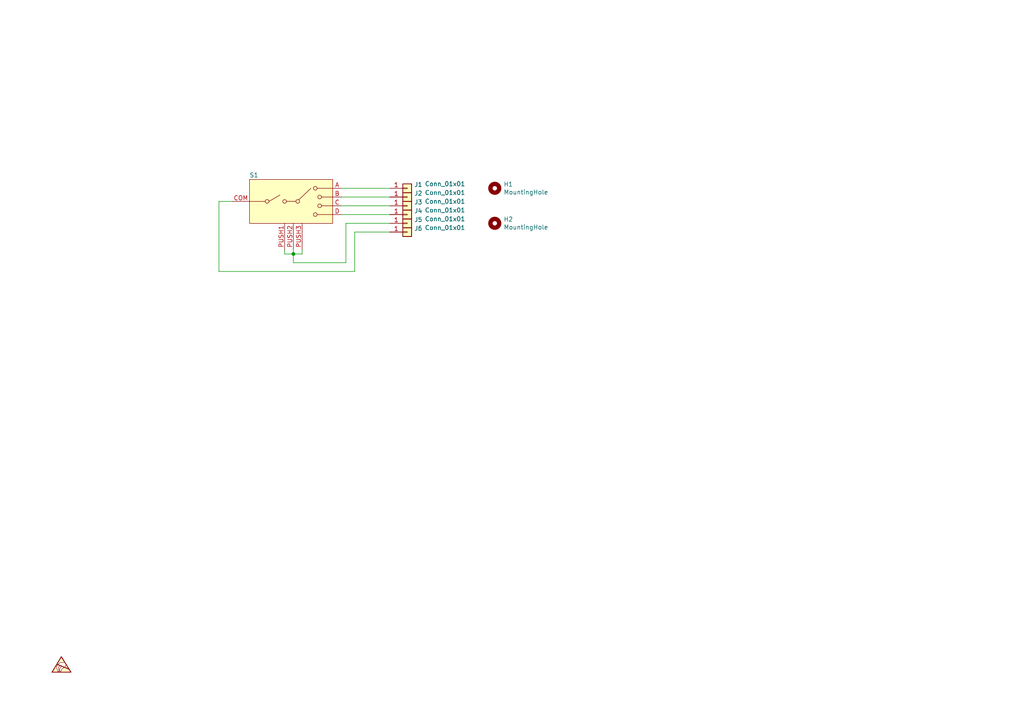
<source format=kicad_sch>
(kicad_sch (version 20211123) (generator eeschema)
  (paper "A4")
  (lib_symbols
    (symbol "Connector_Generic:Conn_01x01" (pin_names (offset 1.016) hide)
      (property "Reference" "J" (at 0 2.54 0))
      (property "Value" "Conn_01x01" (at 0 -2.54 0))
      (symbol "Conn_01x01_1_1"
        (rectangle (start -1.27 0.127) (end 0 -0.127) (stroke (width 0.1524)))
        (rectangle (start -1.27 1.27) (end 1.27 -1.27) (stroke (width 0.254)) (fill (type background)))
        (pin passive line (at -5.08 0 0) (length 3.81) (name "Pin_1") (number "1"))
      )
    )
    (symbol "Graphic:SYM_ESD_Small" (pin_names (offset 1.016))
      (symbol "SYM_ESD_Small_0_0"
        (polyline (pts (xy -1.27 0.381) (xy 2.159 -1.016)) (stroke (width 0.254)))
        (polyline (pts (xy -2.667 -1.905) (xy 2.794 -1.905) (xy 0 2.54) (xy -2.667 -1.905)) (stroke (width 0.254)))
        (polyline (pts (xy 2.7432 -1.905) (xy 2.7178 -1.8796) (xy 2.6162 -1.6764) (xy 2.5654 -1.6002) (xy 2.4892 -1.4986) (xy 2.4384 -1.3716) (xy 1.7526 -0.2286) (xy 1.7018 -0.127) (xy 1.6256 -0.0508) (xy 1.6002 0.0508) (xy 1.5494 0.1016) (xy 1.4986 0.2032) (xy 1.4732 0.2286) (xy 1.4732 0.2032) (xy 1.4478 0.2032) (xy 1.3208 0.0762) (xy 1.2954 0.0254) (xy 1.2954 -0.0254) (xy 1.27 -0.0762) (xy 1.2446 -0.1524) (xy 1.143 -0.254) (xy 1.0922 -0.3302) (xy 1.0414 -0.3556) (xy 0.9144 -0.4826) (xy 0.762 -0.5842) (xy 0.6604 -0.6604) (xy 0.508 -0.762) (xy 0.4572 -0.8128) (xy 0.3556 -0.8636) (xy 0.3048 -0.9144) (xy 0.2286 -0.9652) (xy 0.0762 -1.1938) (xy 0.0254 -1.2954) (xy -0.0254 -1.4224) (xy -0.0508 -1.4986) (xy -0.1016 -1.5748) (xy -0.127 -1.651) (xy -0.1778 -1.6764) (xy -0.2032 -1.7272) (xy -0.254 -1.7526) (xy -0.4064 -1.7526) (xy -0.4064 -1.7272) (xy -0.4572 -1.7018) (xy -0.4826 -1.6256) (xy -0.508 -1.524) (xy -0.508 -1.0922) (xy -0.4572 -0.889) (xy -0.4064 -0.8128) (xy -0.254 -0.6604) (xy -0.2032 -0.5842) (xy -0.127 -0.5334) (xy -0.1016 -0.4826) (xy -0.0762 -0.4064) (xy -0.0508 -0.3556) (xy -0.0254 -0.3302) (xy -0.0254 -0.2794) (xy 0 -0.2286) (xy -0.0762 -0.1524) (xy -0.127 -0.127) (xy -0.1524 -0.0762) (xy -0.2032 -0.0508) (xy -0.2286 -0.0254) (xy -0.254 -0.0254) (xy -0.3048 -0.0762) (xy -0.3556 -0.1016) (xy -0.4318 -0.127) (xy -0.4826 -0.1524) (xy -0.5588 -0.2286) (xy -0.6096 -0.254) (xy -0.8382 -0.4826) (xy -0.8128 -0.5588) (xy -0.7874 -0.5842) (xy -0.7874 -0.8636) (xy -0.8128 -0.889) (xy -0.8128 -0.9652) (xy -0.762 -1.016) (xy -0.762 -1.0414) (xy -0.6604 -1.2954) (xy -0.6604 -1.5748) (xy -0.6858 -1.6002) (xy -0.6858 -1.6256) (xy -0.7366 -1.7018) (xy -0.8382 -1.7526) (xy -0.9144 -1.7526) (xy -0.9398 -1.7272) (xy -0.9652 -1.6764) (xy -1.016 -1.6002) (xy -1.0414 -1.524) (xy -1.143 -1.27) (xy -1.2192 -1.0414) (xy -1.27 -0.9652) (xy -1.2954 -0.889) (xy -1.3208 -0.8382) (xy -1.3208 -0.8128) (xy -1.3716 -0.7112) (xy -1.397 -0.5842) (xy -1.397 -0.4826) (xy -1.3716 -0.381) (xy -1.3208 -0.254) (xy -1.2954 -0.2032) (xy -1.1938 -0.0508) (xy -1.0414 0.1524) (xy -0.9906 0.2032) (xy -0.9652 0.254) (xy -0.9144 0.3302) (xy -0.889 0.381) (xy -0.8636 0.381) (xy -0.8128 0.508) (xy -0.6096 0.7112) (xy -0.5334 0.7366) (xy -0.508 0.762) (xy -0.4318 0.762) (xy -0.3556 0.7874) (xy -0.2286 0.8128) (xy -0.1016 0.8128) (xy 0.0508 0.8382) (xy 0.2032 0.8382) (xy 0.3048 0.8636) (xy 0.4826 0.8636) (xy 0.5334 0.889) (xy 0.5842 0.889) (xy 0.6858 0.9398) (xy 0.7112 0.9652) (xy 0.762 0.9906) (xy 0.8128 1.0414) (xy 0.8636 1.0668) (xy 0.889 1.1176) (xy 0.9144 1.143) (xy 0.9144 1.1938) (xy 0.889 1.2192) (xy 0.8636 1.27) (xy 0.8128 1.3462) (xy 0.7112 1.5494) (xy 0.635 1.651) (xy 0.5842 1.7526) (xy 0.508 1.8796) (xy 0.4572 1.9558) (xy 0.381 2.0828) (xy 0.3048 2.1844) (xy 0.254 2.286) (xy 0.2032 2.3622) (xy 0.1778 2.4384) (xy 0.1016 2.5146) (xy 0.1016 2.54) (xy 0.0762 2.5654) (xy 0.0762 2.5908) (xy 0.0254 2.5908) (xy 0.0254 2.5654) (xy -0.0254 2.5146) (xy -0.1016 2.3622) (xy -0.254 2.1336) (xy -0.3048 2.032) (xy -0.4572 1.778) (xy -0.5588 1.6256) (xy -0.762 1.27) (xy -0.889 1.0668) (xy -1.016 0.8382) (xy -1.1684 0.6096) (xy -1.3208 0.3302) (xy -1.397 0.2032) (xy -1.524 -0.0254) (xy -1.778 -0.4318) (xy -1.8796 -0.635) (xy -2.0066 -0.8128) (xy -2.1082 -0.9906) (xy -2.2098 -1.143) (xy -2.286 -1.2954) (xy -2.4384 -1.5494) (xy -2.4892 -1.651) (xy -2.5654 -1.7526) (xy -2.5908 -1.8288) (xy -2.6162 -1.8796) (xy -2.6416 -1.905) (xy -2.6416 -1.9304) (xy 2.7432 -1.9304) (xy 2.7432 -1.905)) (stroke (width 0.127)) (fill (type background)))
      )
    )
    (symbol "Mechanical:MountingHole" (pin_names (offset 1.016))
      (property "Reference" "H" (at 0 5.08 0))
      (property "Value" "MountingHole" (at 0 3.175 0))
      (symbol "MountingHole_0_1"
        (circle (center 0 0) (radius 1.27) (stroke (width 1.27)))
      )
    )
    (symbol "OpenHornet:8WayHat_CenterPush" (pin_names (offset 1.016))
      (property "Reference" "S" (at -10.16 0 0))
      (symbol "8WayHat_CenterPush_0_1"
        (rectangle (start -11.43 -1.27) (end 12.7 -13.97) (fill (type background)))
        (polyline (pts (xy -6.9342 -7.62) (xy -11.43 -7.62)))
        (polyline (pts (xy -5.8166 -7.62) (xy -2.6162 -5.7658)))
        (polyline (pts (xy -0.7366 -7.5946) (xy 1.9558 -7.5946)))
        (polyline (pts (xy 12.7 -11.43) (xy 8.1788 -11.43)))
        (polyline (pts (xy 12.7 -8.89) (xy 9.4742 -8.89)))
        (polyline (pts (xy 12.7 -6.35) (xy 9.4234 -6.35)))
        (polyline (pts (xy 12.7 -3.81) (xy 8.2042 -3.81)))
        (polyline (pts (xy 6.35 -3.81) (xy 2.8956 -7.112) (xy 2.921 -7.112)))
        (circle (center 2.54 -7.62) (radius 0.5334))
      )
      (symbol "8WayHat_CenterPush_1_1"
        (circle (center -6.35 -7.62) (radius 0.5334))
        (circle (center -1.27 -7.62) (radius 0.5334))
        (circle (center 7.62 -11.43) (radius 0.5334))
        (circle (center 7.62 -3.81) (radius 0.5334))
        (circle (center 8.89 -8.89) (radius 0.5334))
        (circle (center 8.89 -6.35) (radius 0.5334))
        (pin output line (at 15.24 -3.81 180) (length 2.54) (name "~") (number "A"))
        (pin output line (at 15.24 -6.35 180) (length 2.54) (name "~") (number "B"))
        (pin output line (at 15.24 -8.89 180) (length 2.54) (name "~") (number "C"))
        (pin input line (at -16.51 -7.62 0) (length 5.08) (name "~") (number "COM"))
        (pin output line (at 15.24 -11.43 180) (length 2.54) (name "~") (number "D"))
        (pin output line (at -1.27 -21.59 90) (length 7.62) (name "~") (number "PUSH1"))
        (pin output line (at 1.27 -21.59 90) (length 7.62) (name "~") (number "PUSH2"))
        (pin output line (at 3.81 -21.59 90) (length 7.62) (name "~") (number "PUSH3"))
      )
    )
  )
  (junction (at 85.09 73.66))
  (wire (pts (xy 87.63 73.66) (xy 87.63 72.39)))
  (wire (pts (xy 63.5 78.74) (xy 102.87 78.74)))
  (wire (pts (xy 100.33 64.77) (xy 113.03 64.77)))
  (wire (pts (xy 82.55 73.66) (xy 85.09 73.66)))
  (wire (pts (xy 63.5 58.42) (xy 63.5 78.74)))
  (wire (pts (xy 85.09 73.66) (xy 85.09 72.39)))
  (wire (pts (xy 85.09 76.2) (xy 100.33 76.2)))
  (wire (pts (xy 102.87 78.74) (xy 102.87 67.31)))
  (wire (pts (xy 102.87 67.31) (xy 113.03 67.31)))
  (wire (pts (xy 100.33 76.2) (xy 100.33 64.77)))
  (wire (pts (xy 99.06 54.61) (xy 113.03 54.61)))
  (wire (pts (xy 85.09 73.66) (xy 87.63 73.66)))
  (wire (pts (xy 113.03 57.15) (xy 99.06 57.15)))
  (wire (pts (xy 82.55 72.39) (xy 82.55 73.66)))
  (wire (pts (xy 113.03 62.23) (xy 99.06 62.23)))
  (wire (pts (xy 99.06 59.69) (xy 113.03 59.69)))
  (wire (pts (xy 85.09 73.66) (xy 85.09 76.2)))
  (wire (pts (xy 67.31 58.42) (xy 63.5 58.42)))
  (symbol (lib_id "OpenHornet:8WayHat_CenterPush") (at 83.82 50.8 0) (unit 1)
    (property "Reference" "S1" (at 73.66 50.8 0))
    (property "Value" "8WayHat_CenterPush" (effects hide))
    (property "Footprint" "KiCAD_Libraries:RKJXM10" (effects hide))
  )
  (symbol (lib_id "Mechanical:MountingHole") (at 143.51 54.61 0) (unit 1)
    (property "Reference" "H1" (at 146.05 53.4416 0) (effects (justify left)))
    (property "Value" "MountingHole" (at 146.05 55.753 0) (effects (justify left)))
    (property "Footprint" "MountingHole:MountingHole_3mm" (effects hide))
  )
  (symbol (lib_id "Mechanical:MountingHole") (at 143.51 64.77 0) (unit 1)
    (property "Reference" "H2" (at 146.05 63.6016 0) (effects (justify left)))
    (property "Value" "MountingHole" (at 146.05 65.913 0) (effects (justify left)))
    (property "Footprint" "MountingHole:MountingHole_3mm" (effects hide))
  )
  (symbol (lib_id "Connector_Generic:Conn_01x01") (at 118.11 54.61 0) (unit 1)
    (property "Reference" "J1" (at 120.142 53.5432 0) (effects (justify left)))
    (property "Value" "Conn_01x01" (at 123.19 53.34 0) (effects (justify left)))
    (property "Footprint" "KiCAD_Libraries:SolderWirePad_1x01_SMD_2x4mm" (effects hide))
  )
  (symbol (lib_id "Connector_Generic:Conn_01x01") (at 118.11 57.15 0) (unit 1)
    (property "Reference" "J2" (at 120.142 56.0832 0) (effects (justify left)))
    (property "Value" "Conn_01x01" (at 123.19 55.88 0) (effects (justify left)))
    (property "Footprint" "KiCAD_Libraries:SolderWirePad_1x01_SMD_2x4mm" (effects hide))
  )
  (symbol (lib_id "Connector_Generic:Conn_01x01") (at 118.11 59.69 0) (unit 1)
    (property "Reference" "J3" (at 120.142 58.6232 0) (effects (justify left)))
    (property "Value" "Conn_01x01" (at 123.19 58.42 0) (effects (justify left)))
    (property "Footprint" "KiCAD_Libraries:SolderWirePad_1x01_SMD_2x4mm" (effects hide))
  )
  (symbol (lib_id "Connector_Generic:Conn_01x01") (at 118.11 62.23 0) (unit 1)
    (property "Reference" "J4" (at 120.142 61.1632 0) (effects (justify left)))
    (property "Value" "Conn_01x01" (at 123.19 60.96 0) (effects (justify left)))
    (property "Footprint" "KiCAD_Libraries:SolderWirePad_1x01_SMD_2x4mm" (effects hide))
  )
  (symbol (lib_id "Connector_Generic:Conn_01x01") (at 118.11 64.77 0) (unit 1)
    (property "Reference" "J5" (at 120.142 63.7032 0) (effects (justify left)))
    (property "Value" "Conn_01x01" (at 123.19 63.5 0) (effects (justify left)))
    (property "Footprint" "KiCAD_Libraries:SolderWirePad_1x01_SMD_2x4mm" (effects hide))
  )
  (symbol (lib_id "Connector_Generic:Conn_01x01") (at 118.11 67.31 0) (unit 1)
    (property "Reference" "J6" (at 120.142 66.2432 0) (effects (justify left)))
    (property "Value" "Conn_01x01" (at 123.19 66.04 0) (effects (justify left)))
    (property "Footprint" "KiCAD_Libraries:SolderWirePad_1x01_SMD_2x4mm" (effects hide))
  )
  (symbol (lib_id "Graphic:SYM_ESD_Small") (at 17.78 193.04 0) (unit 1)
    (property "Reference" "#SYM1" (effects hide))
    (property "Value" "SYM_ESD_Small" (effects hide))
    (property "Footprint" "KiCAD_Libraries:OH_LOGO_NO_TEXT_11mm_5.9mm" (effects hide))
  )
)
</source>
